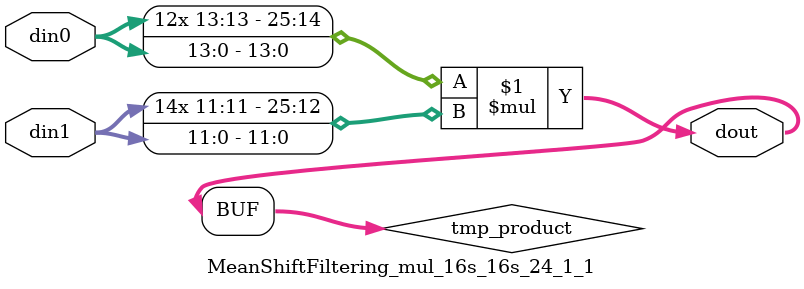
<source format=v>

`timescale 1 ns / 1 ps

  module MeanShiftFiltering_mul_16s_16s_24_1_1(din0, din1, dout);
parameter ID = 1;
parameter NUM_STAGE = 0;
parameter din0_WIDTH = 14;
parameter din1_WIDTH = 12;
parameter dout_WIDTH = 26;

input [din0_WIDTH - 1 : 0] din0; 
input [din1_WIDTH - 1 : 0] din1; 
output [dout_WIDTH - 1 : 0] dout;

wire signed [dout_WIDTH - 1 : 0] tmp_product;













assign tmp_product = $signed(din0) * $signed(din1);








assign dout = tmp_product;







endmodule

</source>
